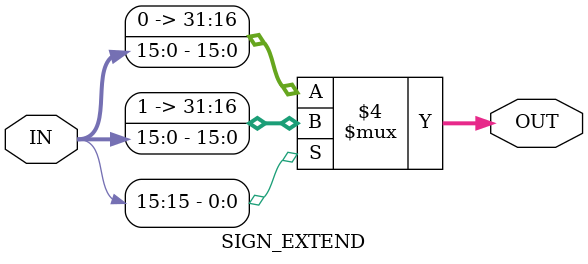
<source format=v>
`timescale 1ns/1ns

module SIGN_EXTEND
(
	input [15:0]IN,
	output reg [31:0]OUT
);

always @*
begin
	// Si es unsigned
	if (IN[15] == 1'b0)
	begin
		OUT <= {16'b0000000000000000, IN};
	end
	// Si es decimal
	else
	begin
		OUT <= {16'b1111111111111111, IN};
	end
end


endmodule : SIGN_EXTEND
</source>
